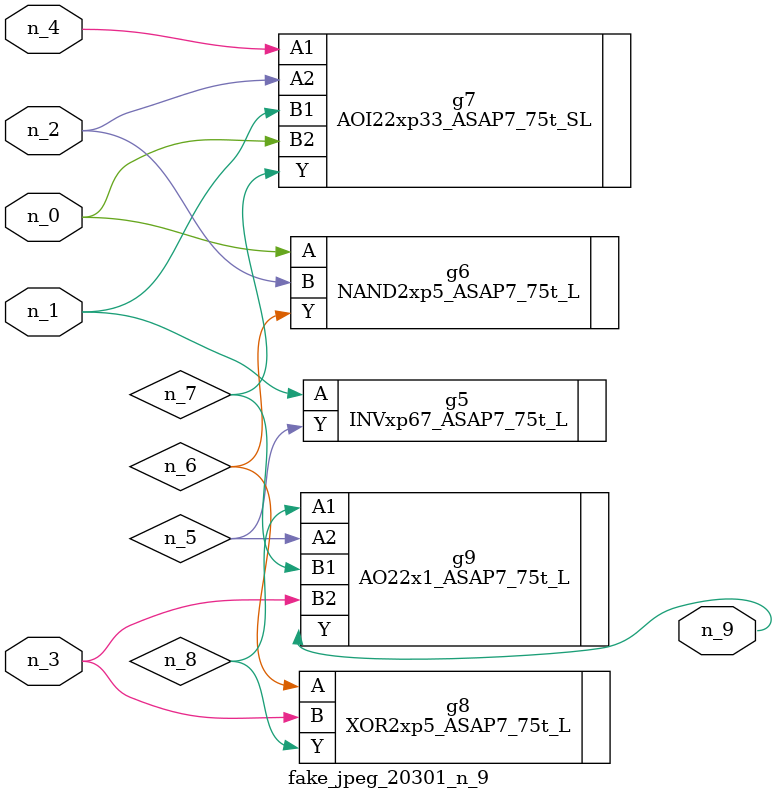
<source format=v>
module fake_jpeg_20301_n_9 (n_3, n_2, n_1, n_0, n_4, n_9);

input n_3;
input n_2;
input n_1;
input n_0;
input n_4;

output n_9;

wire n_8;
wire n_6;
wire n_5;
wire n_7;

INVxp67_ASAP7_75t_L g5 ( 
.A(n_1),
.Y(n_5)
);

NAND2xp5_ASAP7_75t_L g6 ( 
.A(n_0),
.B(n_2),
.Y(n_6)
);

AOI22xp33_ASAP7_75t_SL g7 ( 
.A1(n_4),
.A2(n_2),
.B1(n_1),
.B2(n_0),
.Y(n_7)
);

XOR2xp5_ASAP7_75t_L g8 ( 
.A(n_6),
.B(n_3),
.Y(n_8)
);

AO22x1_ASAP7_75t_L g9 ( 
.A1(n_8),
.A2(n_5),
.B1(n_7),
.B2(n_3),
.Y(n_9)
);


endmodule
</source>
